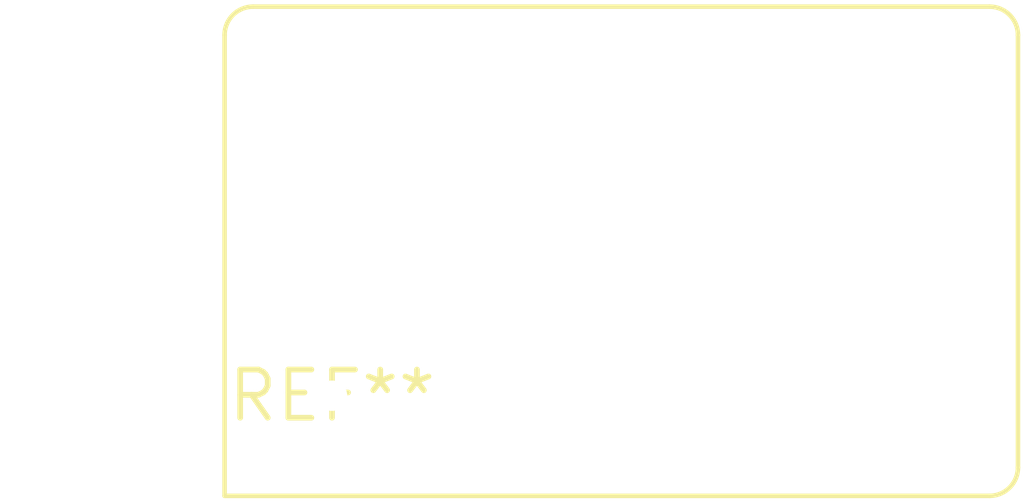
<source format=kicad_pcb>
(kicad_pcb (version 20240108) (generator pcbnew)
  (layers (0 "F.Cu" signal) (31 "B.Cu" signal) (34 "B.Paste" user) (35 "F.Paste" user) (36 "B.SilkS" user "B.Silkscreen") (37 "F.SilkS" user "F.Silkscreen") (38 "B.Mask" user) (39 "F.Mask" user) (44 "Edge.Cuts" user))
  (net 0 "")
  (footprint "Oscillator_DIP-14" (layer "F.Cu") (at 0 0)
    (property "Reference" "REF**")
    (property "Value" "Oscillator_DIP-14")
    (fp_line (start -2.83 -9.51) (end -2.83 2.64) (layer "F.SilkS") (stroke (width 0.12)))
    (fp_line (start -2.83 2.64) (end 17.32 2.64) (layer "F.SilkS") (stroke (width 0.12)))
    (fp_line (start 17.32 -10.26) (end -2.08 -10.26) (layer "F.SilkS") (stroke (width 0.12)))
    (fp_line (start 18.07 1.89) (end 18.07 -9.51) (layer "F.SilkS") (stroke (width 0.12)))
    (fp_arc (start -2.83 -9.51) (mid -2.61033 -10.04033) (end -2.08 -10.26) (layer "F.SilkS") (stroke (width 0.12)))
    (fp_arc (start 17.32 -10.26) (mid 17.85033 -10.04033) (end 18.07 -9.51) (layer "F.SilkS") (stroke (width 0.12)))
    (fp_arc (start 18.07 1.89) (mid 17.85033 2.42033) (end 17.32 2.64) (layer "F.SilkS") (stroke (width 0.12)))
    (pad "1" thru_hole rect (at 0 0) (size 1.6 1.6) (drill 0.8) (layers *.Cu *.Mask) (remove_unused_layers))
    (pad "7" thru_hole circle (at 15.24 0) (size 1.6 1.6) (drill 0.8) (layers *.Cu *.Mask) (remove_unused_layers))
    (pad "8" thru_hole circle (at 15.24 -7.62) (size 1.6 1.6) (drill 0.8) (layers *.Cu *.Mask) (remove_unused_layers))
    (pad "14" thru_hole circle (at 0 -7.62) (size 1.6 1.6) (drill 0.8) (layers *.Cu *.Mask) (remove_unused_layers))
  )
)
</source>
